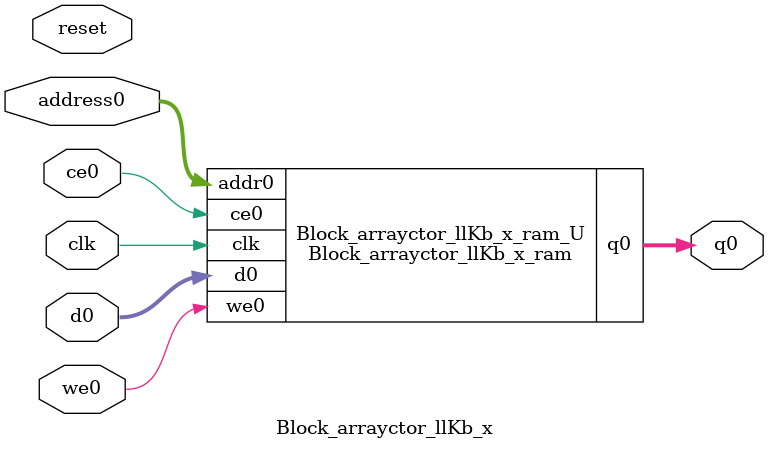
<source format=v>
`timescale 1 ns / 1 ps
module Block_arrayctor_llKb_x_ram (addr0, ce0, d0, we0, q0,  clk);

parameter DWIDTH = 5;
parameter AWIDTH = 6;
parameter MEM_SIZE = 64;

input[AWIDTH-1:0] addr0;
input ce0;
input[DWIDTH-1:0] d0;
input we0;
output reg[DWIDTH-1:0] q0;
input clk;

(* ram_style = "distributed" *)reg [DWIDTH-1:0] ram[0:MEM_SIZE-1];




always @(posedge clk)  
begin 
    if (ce0) begin
        if (we0) 
            ram[addr0] <= d0; 
        q0 <= ram[addr0];
    end
end


endmodule

`timescale 1 ns / 1 ps
module Block_arrayctor_llKb_x(
    reset,
    clk,
    address0,
    ce0,
    we0,
    d0,
    q0);

parameter DataWidth = 32'd5;
parameter AddressRange = 32'd64;
parameter AddressWidth = 32'd6;
input reset;
input clk;
input[AddressWidth - 1:0] address0;
input ce0;
input we0;
input[DataWidth - 1:0] d0;
output[DataWidth - 1:0] q0;



Block_arrayctor_llKb_x_ram Block_arrayctor_llKb_x_ram_U(
    .clk( clk ),
    .addr0( address0 ),
    .ce0( ce0 ),
    .we0( we0 ),
    .d0( d0 ),
    .q0( q0 ));

endmodule


</source>
